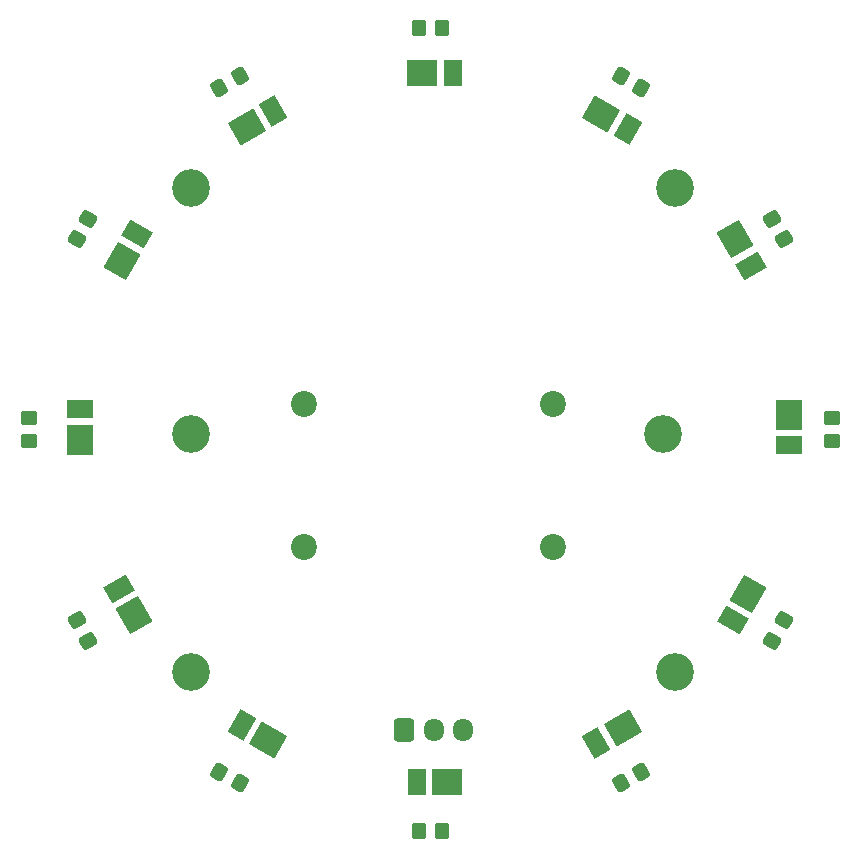
<source format=gbr>
%TF.GenerationSoftware,KiCad,Pcbnew,9.0.7-9.0.7~ubuntu24.04.1*%
%TF.CreationDate,2026-01-08T12:22:14+05:30*%
%TF.ProjectId,RPI_Cam3_RL,5250495f-4361-46d3-935f-524c2e6b6963,1.0.0*%
%TF.SameCoordinates,Original*%
%TF.FileFunction,Soldermask,Top*%
%TF.FilePolarity,Negative*%
%FSLAX46Y46*%
G04 Gerber Fmt 4.6, Leading zero omitted, Abs format (unit mm)*
G04 Created by KiCad (PCBNEW 9.0.7-9.0.7~ubuntu24.04.1) date 2026-01-08 12:22:14*
%MOMM*%
%LPD*%
G01*
G04 APERTURE LIST*
G04 Aperture macros list*
%AMRoundRect*
0 Rectangle with rounded corners*
0 $1 Rounding radius*
0 $2 $3 $4 $5 $6 $7 $8 $9 X,Y pos of 4 corners*
0 Add a 4 corners polygon primitive as box body*
4,1,4,$2,$3,$4,$5,$6,$7,$8,$9,$2,$3,0*
0 Add four circle primitives for the rounded corners*
1,1,$1+$1,$2,$3*
1,1,$1+$1,$4,$5*
1,1,$1+$1,$6,$7*
1,1,$1+$1,$8,$9*
0 Add four rect primitives between the rounded corners*
20,1,$1+$1,$2,$3,$4,$5,0*
20,1,$1+$1,$4,$5,$6,$7,0*
20,1,$1+$1,$6,$7,$8,$9,0*
20,1,$1+$1,$8,$9,$2,$3,0*%
%AMRotRect*
0 Rectangle, with rotation*
0 The origin of the aperture is its center*
0 $1 length*
0 $2 width*
0 $3 Rotation angle, in degrees counterclockwise*
0 Add horizontal line*
21,1,$1,$2,0,0,$3*%
G04 Aperture macros list end*
%ADD10RoundRect,0.250000X-0.350000X-0.450000X0.350000X-0.450000X0.350000X0.450000X-0.350000X0.450000X0*%
%ADD11C,2.200000*%
%ADD12RoundRect,0.250000X0.450000X-0.350000X0.450000X0.350000X-0.450000X0.350000X-0.450000X-0.350000X0*%
%ADD13C,3.200000*%
%ADD14RoundRect,0.250000X0.078109X0.564711X-0.528109X0.214711X-0.078109X-0.564711X0.528109X-0.214711X0*%
%ADD15R,2.200000X2.500000*%
%ADD16R,2.200000X1.550000*%
%ADD17RotRect,2.500000X2.200000X300.000000*%
%ADD18RotRect,1.550000X2.200000X300.000000*%
%ADD19RoundRect,0.250000X0.350000X0.450000X-0.350000X0.450000X-0.350000X-0.450000X0.350000X-0.450000X0*%
%ADD20RotRect,2.500000X2.200000X60.000000*%
%ADD21RotRect,1.550000X2.200000X60.000000*%
%ADD22RoundRect,0.250000X0.528109X0.214711X-0.078109X0.564711X-0.528109X-0.214711X0.078109X-0.564711X0*%
%ADD23RoundRect,0.250000X-0.528109X-0.214711X0.078109X-0.564711X0.528109X0.214711X-0.078109X0.564711X0*%
%ADD24R,2.500000X2.200000*%
%ADD25R,1.550000X2.200000*%
%ADD26RoundRect,0.250000X-0.214711X0.528109X-0.564711X-0.078109X0.214711X-0.528109X0.564711X0.078109X0*%
%ADD27RoundRect,0.250000X-0.564711X0.078109X-0.214711X-0.528109X0.564711X-0.078109X0.214711X0.528109X0*%
%ADD28RotRect,2.500000X2.200000X330.000000*%
%ADD29RotRect,1.550000X2.200000X330.000000*%
%ADD30RotRect,2.500000X2.200000X240.000000*%
%ADD31RotRect,1.550000X2.200000X240.000000*%
%ADD32RoundRect,0.250000X-0.450000X0.350000X-0.450000X-0.350000X0.450000X-0.350000X0.450000X0.350000X0*%
%ADD33RoundRect,0.250000X-0.078109X-0.564711X0.528109X-0.214711X0.078109X0.564711X-0.528109X0.214711X0*%
%ADD34RotRect,2.500000X2.200000X30.000000*%
%ADD35RotRect,1.550000X2.200000X30.000000*%
%ADD36RotRect,2.500000X2.200000X210.000000*%
%ADD37RotRect,1.550000X2.200000X210.000000*%
%ADD38RoundRect,0.250000X0.214711X-0.528109X0.564711X0.078109X-0.214711X0.528109X-0.564711X-0.078109X0*%
%ADD39RotRect,2.500000X2.200000X150.000000*%
%ADD40RotRect,1.550000X2.200000X150.000000*%
%ADD41RoundRect,0.250000X0.564711X-0.078109X0.214711X0.528109X-0.564711X0.078109X-0.214711X-0.528109X0*%
%ADD42RotRect,2.500000X2.200000X120.000000*%
%ADD43RotRect,1.550000X2.200000X120.000000*%
%ADD44RoundRect,0.250000X-0.600000X-0.725000X0.600000X-0.725000X0.600000X0.725000X-0.600000X0.725000X0*%
%ADD45O,1.700000X1.950000*%
G04 APERTURE END LIST*
D10*
%TO.C,R1*%
X203796512Y-57000000D03*
X205796512Y-57000000D03*
%TD*%
D11*
%TO.C,H4*%
X215200000Y-100950000D03*
%TD*%
D12*
%TO.C,R10*%
X170796512Y-92000000D03*
X170796512Y-90000000D03*
%TD*%
D13*
%TO.C,H7*%
X184500000Y-111500000D03*
%TD*%
D14*
%TO.C,R6*%
X222662537Y-119944863D03*
X220930487Y-120944863D03*
%TD*%
D15*
%TO.C,D4*%
X235171833Y-89746477D03*
D16*
X235171833Y-92321477D03*
%TD*%
D17*
%TO.C,D3*%
X230627595Y-74887150D03*
D18*
X231915095Y-77117166D03*
%TD*%
D19*
%TO.C,R7*%
X205796512Y-125000000D03*
X203796512Y-125000000D03*
%TD*%
D20*
%TO.C,D11*%
X178666070Y-76705804D03*
D21*
X179953570Y-74475788D03*
%TD*%
D11*
%TO.C,H2*%
X215200000Y-88850000D03*
%TD*%
D22*
%TO.C,R8*%
X188662537Y-120944863D03*
X186930487Y-119944863D03*
%TD*%
D23*
%TO.C,R2*%
X220930487Y-61055136D03*
X222662537Y-62055136D03*
%TD*%
D13*
%TO.C,H9*%
X224500000Y-91400000D03*
%TD*%
D24*
%TO.C,D1*%
X204121833Y-60796477D03*
D25*
X206696833Y-60796477D03*
%TD*%
D13*
%TO.C,H5*%
X184500000Y-70500000D03*
%TD*%
D26*
%TO.C,R5*%
X234741375Y-107133975D03*
X233741375Y-108866025D03*
%TD*%
D27*
%TO.C,R3*%
X233741375Y-73133975D03*
X234741375Y-74866025D03*
%TD*%
D24*
%TO.C,D7*%
X206221833Y-120796477D03*
D25*
X203646833Y-120796477D03*
%TD*%
D28*
%TO.C,D2*%
X219262506Y-64290714D03*
D29*
X221492522Y-65578214D03*
%TD*%
D13*
%TO.C,H6*%
X225500000Y-70500000D03*
%TD*%
D30*
%TO.C,D5*%
X231677595Y-104887150D03*
D31*
X230390095Y-107117166D03*
%TD*%
D13*
%TO.C,H8*%
X225500000Y-111500000D03*
%TD*%
D32*
%TO.C,R4*%
X238796512Y-90000000D03*
X238796512Y-92000000D03*
%TD*%
D33*
%TO.C,R12*%
X186930486Y-62055136D03*
X188662536Y-61055136D03*
%TD*%
D34*
%TO.C,D12*%
X189262505Y-65340714D03*
D35*
X191492521Y-64053214D03*
%TD*%
D36*
%TO.C,D6*%
X221081160Y-116252239D03*
D37*
X218851144Y-117539739D03*
%TD*%
D13*
%TO.C,H10*%
X184500000Y-91400000D03*
%TD*%
D38*
%TO.C,R11*%
X174851648Y-74866025D03*
X175851648Y-73133975D03*
%TD*%
D39*
%TO.C,D8*%
X191081160Y-117302239D03*
D40*
X188851144Y-116014739D03*
%TD*%
D11*
%TO.C,H3*%
X194100000Y-100950000D03*
%TD*%
D41*
%TO.C,R9*%
X175851648Y-108866025D03*
X174851648Y-107133975D03*
%TD*%
D15*
%TO.C,D10*%
X175171833Y-91846477D03*
D16*
X175171833Y-89271477D03*
%TD*%
D42*
%TO.C,D9*%
X179716070Y-106705804D03*
D43*
X178428570Y-104475788D03*
%TD*%
D11*
%TO.C,H1*%
X194100000Y-88800000D03*
%TD*%
D44*
%TO.C,J1*%
X202600000Y-116400000D03*
D45*
X205100000Y-116400000D03*
X207600000Y-116400000D03*
%TD*%
M02*

</source>
